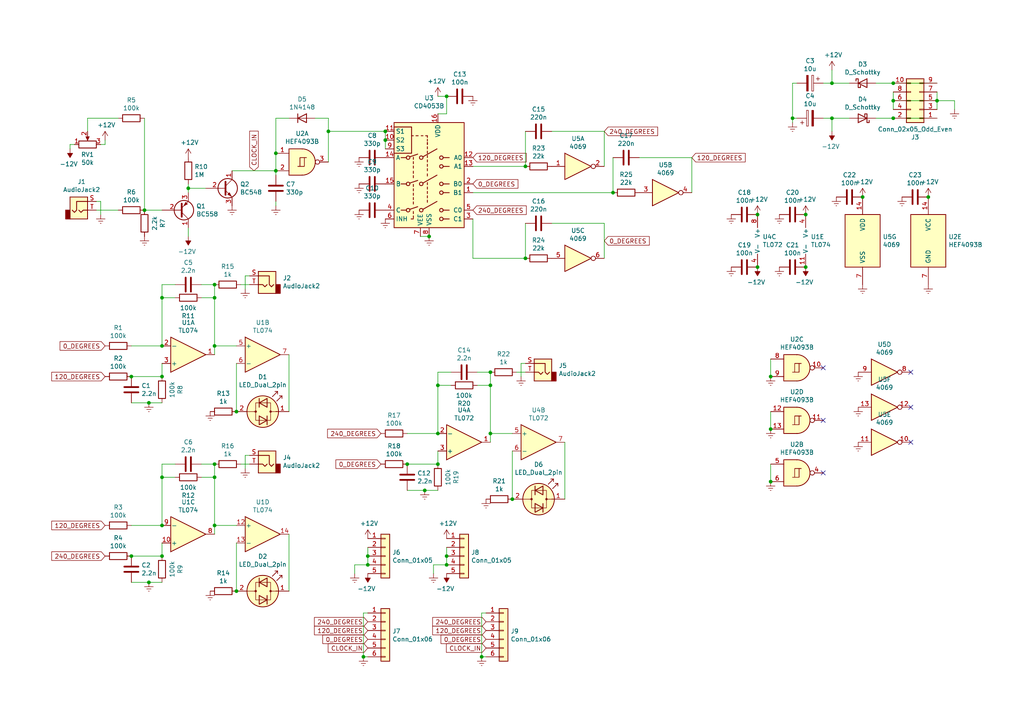
<source format=kicad_sch>
(kicad_sch (version 20231120) (generator "eeschema") (generator_version "8.0")
  (paper "A4")
  (junction (at 46.99 161.29))
  (junction (at 233.68 62.23))
  (junction (at 152.4 48.26))
  (junction (at 95.25 38.1))
  (junction (at 111.76 40.64))
  (junction (at 229.87 34.29))
  (junction (at 123.19 142.24))
  (junction (at 43.18 168.91))
  (junction (at 223.52 109.22))
  (junction (at 46.99 109.22))
  (junction (at 62.23 152.4))
  (junction (at 142.24 107.95))
  (junction (at 106.68 161.29))
  (junction (at 38.1 109.22))
  (junction (at 62.23 86.36))
  (junction (at 259.08 29.21))
  (junction (at 41.91 60.96))
  (junction (at 111.76 38.1))
  (junction (at 46.99 138.43))
  (junction (at 118.11 134.62))
  (junction (at 80.01 49.53))
  (junction (at 233.68 77.47))
  (junction (at 54.61 54.61))
  (junction (at 38.1 161.29))
  (junction (at 148.59 144.78))
  (junction (at 105.41 190.5))
  (junction (at 241.3 24.13))
  (junction (at 62.23 100.33))
  (junction (at 223.52 139.7))
  (junction (at 259.08 24.13))
  (junction (at 68.58 119.38))
  (junction (at 129.54 163.83))
  (junction (at 127 134.62))
  (junction (at 62.23 82.55))
  (junction (at 46.99 86.36))
  (junction (at 124.46 68.58))
  (junction (at 142.24 125.73))
  (junction (at 127 125.73))
  (junction (at 129.54 27.94))
  (junction (at 129.54 161.29))
  (junction (at 46.99 100.33))
  (junction (at 62.23 138.43))
  (junction (at 46.99 152.4))
  (junction (at 68.58 171.45))
  (junction (at 223.52 124.46))
  (junction (at 219.71 62.23))
  (junction (at 177.8 55.88))
  (junction (at 250.19 57.15))
  (junction (at 152.4 74.93))
  (junction (at 259.08 34.29))
  (junction (at 43.18 116.84))
  (junction (at 241.3 34.29))
  (junction (at 80.01 44.45))
  (junction (at 62.23 134.62))
  (junction (at 271.78 29.21))
  (junction (at 139.7 190.5))
  (junction (at 219.71 77.47))
  (junction (at 106.68 163.83))
  (junction (at 127 111.76))
  (junction (at 142.24 111.76))
  (junction (at 269.24 57.15))
  (no_connect (at 264.16 118.11))
  (no_connect (at 238.76 137.16))
  (no_connect (at 264.16 128.27))
  (no_connect (at 238.76 121.92))
  (no_connect (at 264.16 107.95))
  (no_connect (at 238.76 106.68))
  (wire (pts (xy 46.99 157.48) (xy 46.99 161.29)))
  (wire (pts (xy 129.54 161.29) (xy 129.54 158.75)))
  (wire (pts (xy 46.99 134.62) (xy 50.8 134.62)))
  (wire (pts (xy 46.99 86.36) (xy 50.8 86.36)))
  (wire (pts (xy 137.16 74.93) (xy 152.4 74.93)))
  (wire (pts (xy 111.76 40.64) (xy 111.76 38.1)))
  (wire (pts (xy 259.08 24.13) (xy 271.78 24.13)))
  (wire (pts (xy 246.38 24.13) (xy 241.3 24.13)))
  (wire (pts (xy 46.99 100.33) (xy 38.1 100.33)))
  (wire (pts (xy 246.38 34.29) (xy 241.3 34.29)))
  (wire (pts (xy 62.23 138.43) (xy 62.23 134.62)))
  (wire (pts (xy 68.58 152.4) (xy 62.23 152.4)))
  (wire (pts (xy 59.69 54.61) (xy 54.61 54.61)))
  (wire (pts (xy 46.99 138.43) (xy 46.99 134.62)))
  (wire (pts (xy 43.18 116.84) (xy 46.99 116.84)))
  (wire (pts (xy 54.61 54.61) (xy 54.61 53.34)))
  (wire (pts (xy 46.99 138.43) (xy 50.8 138.43)))
  (wire (pts (xy 83.82 154.94) (xy 83.82 171.45)))
  (wire (pts (xy 62.23 134.62) (xy 58.42 134.62)))
  (wire (pts (xy 118.11 142.24) (xy 123.19 142.24)))
  (wire (pts (xy 34.29 60.96) (xy 27.94 60.96)))
  (wire (pts (xy 127 130.81) (xy 127 134.62)))
  (wire (pts (xy 111.76 38.1) (xy 95.25 38.1)))
  (wire (pts (xy 231.14 34.29) (xy 229.87 34.29)))
  (wire (pts (xy 139.7 177.8) (xy 140.97 177.8)))
  (wire (pts (xy 127 111.76) (xy 127 107.95)))
  (wire (pts (xy 46.99 100.33) (xy 46.99 86.36)))
  (wire (pts (xy 127 27.94) (xy 129.54 27.94)))
  (wire (pts (xy 46.99 109.22) (xy 38.1 109.22)))
  (wire (pts (xy 127 125.73) (xy 127 111.76)))
  (wire (pts (xy 231.14 24.13) (xy 229.87 24.13)))
  (wire (pts (xy 129.54 163.83) (xy 129.54 161.29)))
  (wire (pts (xy 62.23 100.33) (xy 62.23 86.36)))
  (wire (pts (xy 259.08 26.67) (xy 259.08 29.21)))
  (wire (pts (xy 223.52 124.46) (xy 223.52 119.38)))
  (wire (pts (xy 68.58 100.33) (xy 62.23 100.33)))
  (wire (pts (xy 152.4 64.77) (xy 152.4 74.93)))
  (wire (pts (xy 241.3 24.13) (xy 241.3 20.32)))
  (wire (pts (xy 137.16 55.88) (xy 177.8 55.88)))
  (wire (pts (xy 137.16 48.26) (xy 152.4 48.26)))
  (wire (pts (xy 29.21 62.23) (xy 29.21 58.42)))
  (wire (pts (xy 72.39 134.62) (xy 69.85 134.62)))
  (wire (pts (xy 20.32 43.18) (xy 20.32 41.91)))
  (wire (pts (xy 175.26 38.1) (xy 175.26 48.26)))
  (wire (pts (xy 38.1 168.91) (xy 43.18 168.91)))
  (wire (pts (xy 83.82 34.29) (xy 80.01 34.29)))
  (wire (pts (xy 229.87 24.13) (xy 229.87 34.29)))
  (wire (pts (xy 127 134.62) (xy 118.11 134.62)))
  (wire (pts (xy 106.68 190.5) (xy 105.41 190.5)))
  (wire (pts (xy 125.73 166.37) (xy 125.73 163.83)))
  (wire (pts (xy 72.39 82.55) (xy 69.85 82.55)))
  (wire (pts (xy 68.58 171.45) (xy 68.58 157.48)))
  (wire (pts (xy 62.23 102.87) (xy 62.23 100.33)))
  (wire (pts (xy 30.48 40.64) (xy 30.48 41.91)))
  (wire (pts (xy 46.99 152.4) (xy 38.1 152.4)))
  (wire (pts (xy 54.61 66.04) (xy 54.61 68.58)))
  (wire (pts (xy 127 111.76) (xy 130.81 111.76)))
  (wire (pts (xy 106.68 163.83) (xy 106.68 161.29)))
  (wire (pts (xy 152.4 38.1) (xy 152.4 48.26)))
  (wire (pts (xy 223.52 109.22) (xy 223.52 104.14)))
  (wire (pts (xy 123.19 142.24) (xy 127 142.24)))
  (wire (pts (xy 121.92 68.58) (xy 124.46 68.58)))
  (wire (pts (xy 200.66 45.72) (xy 200.66 55.88)))
  (wire (pts (xy 142.24 111.76) (xy 138.43 111.76)))
  (wire (pts (xy 185.42 45.72) (xy 200.66 45.72)))
  (wire (pts (xy 38.1 116.84) (xy 43.18 116.84)))
  (wire (pts (xy 271.78 29.21) (xy 271.78 26.67)))
  (wire (pts (xy 238.76 34.29) (xy 241.3 34.29)))
  (wire (pts (xy 62.23 82.55) (xy 58.42 82.55)))
  (wire (pts (xy 129.54 27.94) (xy 129.54 33.02)))
  (wire (pts (xy 62.23 138.43) (xy 58.42 138.43)))
  (wire (pts (xy 95.25 34.29) (xy 91.44 34.29)))
  (wire (pts (xy 95.25 46.99) (xy 95.25 38.1)))
  (wire (pts (xy 83.82 102.87) (xy 83.82 119.38)))
  (wire (pts (xy 71.12 80.01) (xy 72.39 80.01)))
  (wire (pts (xy 254 34.29) (xy 259.08 34.29)))
  (wire (pts (xy 271.78 29.21) (xy 276.86 29.21)))
  (wire (pts (xy 223.52 139.7) (xy 223.52 134.62)))
  (wire (pts (xy 25.4 34.29) (xy 34.29 34.29)))
  (wire (pts (xy 29.21 58.42) (xy 27.94 58.42)))
  (wire (pts (xy 148.59 125.73) (xy 142.24 125.73)))
  (wire (pts (xy 259.08 29.21) (xy 271.78 29.21)))
  (wire (pts (xy 80.01 50.8) (xy 80.01 49.53)))
  (wire (pts (xy 276.86 29.21) (xy 276.86 31.75)))
  (wire (pts (xy 125.73 163.83) (xy 129.54 163.83)))
  (wire (pts (xy 271.78 31.75) (xy 271.78 29.21)))
  (wire (pts (xy 43.18 168.91) (xy 46.99 168.91)))
  (wire (pts (xy 62.23 152.4) (xy 62.23 138.43)))
  (wire (pts (xy 62.23 86.36) (xy 62.23 82.55)))
  (wire (pts (xy 71.12 135.89) (xy 71.12 132.08)))
  (wire (pts (xy 102.87 166.37) (xy 102.87 163.83)))
  (wire (pts (xy 241.3 24.13) (xy 238.76 24.13)))
  (wire (pts (xy 140.97 190.5) (xy 139.7 190.5)))
  (wire (pts (xy 20.32 41.91) (xy 21.59 41.91)))
  (wire (pts (xy 177.8 45.72) (xy 177.8 55.88)))
  (wire (pts (xy 46.99 60.96) (xy 41.91 60.96)))
  (wire (pts (xy 62.23 86.36) (xy 58.42 86.36)))
  (wire (pts (xy 46.99 152.4) (xy 46.99 138.43)))
  (wire (pts (xy 80.01 58.42) (xy 80.01 59.69)))
  (wire (pts (xy 160.02 64.77) (xy 175.26 64.77)))
  (wire (pts (xy 30.48 41.91) (xy 29.21 41.91)))
  (wire (pts (xy 241.3 34.29) (xy 241.3 38.1)))
  (wire (pts (xy 46.99 82.55) (xy 50.8 82.55)))
  (wire (pts (xy 148.59 144.78) (xy 148.59 130.81)))
  (wire (pts (xy 259.08 34.29) (xy 271.78 34.29)))
  (wire (pts (xy 25.4 38.1) (xy 25.4 34.29)))
  (wire (pts (xy 259.08 24.13) (xy 254 24.13)))
  (wire (pts (xy 71.12 132.08) (xy 72.39 132.08)))
  (wire (pts (xy 46.99 161.29) (xy 38.1 161.29)))
  (wire (pts (xy 54.61 55.88) (xy 54.61 54.61)))
  (wire (pts (xy 80.01 34.29) (xy 80.01 44.45)))
  (wire (pts (xy 111.76 43.18) (xy 111.76 40.64)))
  (wire (pts (xy 163.83 128.27) (xy 163.83 144.78)))
  (wire (pts (xy 102.87 163.83) (xy 106.68 163.83)))
  (wire (pts (xy 160.02 38.1) (xy 175.26 38.1)))
  (wire (pts (xy 62.23 154.94) (xy 62.23 152.4)))
  (wire (pts (xy 80.01 49.53) (xy 67.31 49.53)))
  (wire (pts (xy 71.12 83.82) (xy 71.12 80.01)))
  (wire (pts (xy 127 125.73) (xy 118.11 125.73)))
  (wire (pts (xy 95.25 38.1) (xy 95.25 34.29)))
  (wire (pts (xy 175.26 64.77) (xy 175.26 74.93)))
  (wire (pts (xy 142.24 125.73) (xy 142.24 111.76)))
  (wire (pts (xy 229.87 34.29) (xy 229.87 35.56)))
  (wire (pts (xy 142.24 111.76) (xy 142.24 107.95)))
  (wire (pts (xy 142.24 107.95) (xy 138.43 107.95)))
  (wire (pts (xy 80.01 44.45) (xy 80.01 49.53)))
  (wire (pts (xy 105.41 190.5) (xy 105.41 177.8)))
  (wire (pts (xy 151.13 105.41) (xy 152.4 105.41)))
  (wire (pts (xy 106.68 161.29) (xy 106.68 158.75)))
  (wire (pts (xy 152.4 107.95) (xy 149.86 107.95)))
  (wire (pts (xy 46.99 105.41) (xy 46.99 109.22)))
  (wire (pts (xy 142.24 128.27) (xy 142.24 125.73)))
  (wire (pts (xy 137.16 63.5) (xy 137.16 74.93)))
  (wire (pts (xy 151.13 109.22) (xy 151.13 105.41)))
  (wire (pts (xy 68.58 119.38) (xy 68.58 105.41)))
  (wire (pts (xy 105.41 177.8) (xy 106.68 177.8)))
  (wire (pts (xy 129.54 33.02) (xy 127 33.02)))
  (wire (pts (xy 41.91 34.29) (xy 41.91 60.96)))
  (wire (pts (xy 259.08 31.75) (xy 259.08 29.21)))
  (wire (pts (xy 46.99 86.36) (xy 46.99 82.55)))
  (wire (pts (xy 127 107.95) (xy 130.81 107.95)))
  (wire (pts (xy 139.7 190.5) (xy 139.7 177.8)))
  (global_label "0_DEGREES" (shape input) (at 110.49 134.62 180) (property "Intersheetrefs" "${INTERSHEET_REFS}" (effects (hide yes))))
  (global_label "0_DEGREES" (shape input) (at 30.48 100.33 180) (property "Intersheetrefs" "${INTERSHEET_REFS}" (effects (hide yes))))
  (global_label "120_DEGREES" (shape input) (at 200.66 45.72 0) (property "Intersheetrefs" "${INTERSHEET_REFS}" (effects (hide yes))))
  (global_label "120_DEGREES" (shape input) (at 137.16 45.72 0) (property "Intersheetrefs" "${INTERSHEET_REFS}" (effects (hide yes))))
  (global_label "0_DEGREES" (shape input) (at 106.68 185.42 180) (property "Intersheetrefs" "${INTERSHEET_REFS}" (effects (hide yes))))
  (global_label "240_DEGREES" (shape input) (at 106.68 180.34 180) (property "Intersheetrefs" "${INTERSHEET_REFS}" (effects (hide yes))))
  (global_label "0_DEGREES" (shape input) (at 137.16 53.34 0) (property "Intersheetrefs" "${INTERSHEET_REFS}" (effects (hide yes))))
  (global_label "240_DEGREES" (shape input) (at 110.49 125.73 180) (property "Intersheetrefs" "${INTERSHEET_REFS}" (effects (hide yes))))
  (global_label "240_DEGREES" (shape input) (at 175.26 38.1 0) (property "Intersheetrefs" "${INTERSHEET_REFS}" (effects (hide yes))))
  (global_label "240_DEGREES" (shape input) (at 30.48 161.29 180) (property "Intersheetrefs" "${INTERSHEET_REFS}" (effects (hide yes))))
  (global_label "120_DEGREES" (shape input) (at 30.48 109.22 180) (property "Intersheetrefs" "${INTERSHEET_REFS}" (effects (hide yes))))
  (global_label "120_DEGREES" (shape input) (at 140.97 182.88 180) (property "Intersheetrefs" "${INTERSHEET_REFS}" (effects (hide yes))))
  (global_label "240_DEGREES" (shape input) (at 140.97 180.34 180) (property "Intersheetrefs" "${INTERSHEET_REFS}" (effects (hide yes))))
  (global_label "0_DEGREES" (shape input) (at 175.26 69.85 0) (property "Intersheetrefs" "${INTERSHEET_REFS}" (effects (hide yes))))
  (global_label "CLOCK_IN" (shape input) (at 73.66 49.53 90) (property "Intersheetrefs" "${INTERSHEET_REFS}" (effects (hide yes))))
  (global_label "0_DEGREES" (shape input) (at 140.97 185.42 180) (property "Intersheetrefs" "${INTERSHEET_REFS}" (effects (hide yes))))
  (global_label "240_DEGREES" (shape input) (at 137.16 60.96 0) (property "Intersheetrefs" "${INTERSHEET_REFS}" (effects (hide yes))))
  (global_label "120_DEGREES" (shape input) (at 30.48 152.4 180) (property "Intersheetrefs" "${INTERSHEET_REFS}" (effects (hide yes))))
  (global_label "CLOCK_IN" (shape input) (at 106.68 187.96 180) (property "Intersheetrefs" "${INTERSHEET_REFS}" (effects (hide yes))))
  (global_label "CLOCK_IN" (shape input) (at 140.97 187.96 180) (property "Intersheetrefs" "${INTERSHEET_REFS}" (effects (hide yes))))
  (global_label "120_DEGREES" (shape input) (at 106.68 182.88 180) (property "Intersheetrefs" "${INTERSHEET_REFS}" (effects (hide yes))))
  (symbol (lib_id "Device:D_Schottky") (at 250.19 24.13 0) (unit 1)
    (property "Reference" "D3" (at 250.19 18.6436 0))
    (property "Value" "D_Schottky" (at 250.19 20.955 0))
    (property "Footprint" "Diode_THT:D_A-405_P7.62mm_Horizontal" (effects (hide yes)))
  )
  (symbol (lib_id "Device:D_Schottky") (at 250.19 34.29 180) (unit 1)
    (property "Reference" "D4" (at 250.19 28.8036 0))
    (property "Value" "D_Schottky" (at 250.19 31.115 0))
    (property "Footprint" "Diode_THT:D_A-405_P7.62mm_Horizontal" (effects (hide yes)))
  )
  (symbol (lib_id "Connector_Generic:Conn_02x05_Odd_Even") (at 266.7 29.21 180) (unit 1)
    (property "Reference" "J3" (at 265.43 39.8018 0))
    (property "Value" "Conn_02x05_Odd_Even" (at 265.43 37.4904 0))
    (property "Footprint" "Connector_IDC:IDC-Header_2x05_P2.54mm_Vertical" (effects (hide yes)))
  )
  (symbol (lib_id "power:+12V") (at 241.3 20.32 0) (unit 1)
    (property "Reference" "#PWR08" (effects (hide yes)))
    (property "Value" "+12V" (at 241.681 15.9258 0))
  )
  (symbol (lib_id "power:-12V") (at 241.3 38.1 180) (unit 1)
    (property "Reference" "#PWR09" (effects (hide yes)))
    (property "Value" "-12V" (at 240.919 42.4942 0))
  )
  (symbol (lib_id "power:Earth") (at 276.86 31.75 0) (unit 1)
    (property "Reference" "#PWR010" (effects (hide yes)))
    (property "Value" "Earth" (effects (hide yes)))
  )
  (symbol (lib_id "3-phase-lfo-rescue:CP-Device") (at 234.95 24.13 270) (unit 1)
    (property "Reference" "C3" (at 234.95 17.653 90))
    (property "Value" "10u" (at 234.95 19.9644 90))
    (property "Footprint" "Capacitor_THT:CP_Radial_D5.0mm_P2.50mm" (effects (hide yes)))
  )
  (symbol (lib_id "3-phase-lfo-rescue:CP-Device") (at 234.95 34.29 90) (unit 1)
    (property "Reference" "C4" (at 234.95 27.813 90))
    (property "Value" "10u" (at 234.95 30.1244 90))
    (property "Footprint" "Capacitor_THT:CP_Radial_D5.0mm_P2.50mm" (effects (hide yes)))
  )
  (symbol (lib_id "power:Earth") (at 229.87 35.56 0) (unit 1)
    (property "Reference" "#PWR07" (effects (hide yes)))
    (property "Value" "Earth" (effects (hide yes)))
  )
  (symbol (lib_id "3-phase-lfo-rescue:R_POT-Device") (at 25.4 41.91 90) (unit 1)
    (property "Reference" "RV1" (at 25.4 44.831 90))
    (property "Value" "50k" (at 25.4 47.1424 90))
    (property "Footprint" "Potentiometer_THT:Potentiometer_Alpha_RD901F-40-00D_Single_Vertical" (effects (hide yes)))
  )
  (symbol (lib_id "power:+12V") (at 30.48 40.64 0) (unit 1)
    (property "Reference" "#PWR0101" (effects (hide yes)))
    (property "Value" "+12V" (at 30.861 36.2458 0))
  )
  (symbol (lib_id "power:-12V") (at 20.32 43.18 180) (unit 1)
    (property "Reference" "#PWR0102" (effects (hide yes)))
    (property "Value" "-12V" (at 19.939 47.5742 0))
  )
  (symbol (lib_id "Device:R") (at 38.1 34.29 270) (unit 1)
    (property "Reference" "R5" (at 38.1 29.0322 90))
    (property "Value" "100k" (at 38.1 31.3436 90))
    (property "Footprint" "Resistor_THT:R_Axial_DIN0204_L3.6mm_D1.6mm_P5.08mm_Horizontal" (effects (hide yes)))
  )
  (symbol (lib_id "Connector:AudioJack2") (at 22.86 60.96 0) (unit 1)
    (property "Reference" "J1" (at 23.6728 52.705 0))
    (property "Value" "AudioJack2" (at 23.6728 55.0164 0))
    (property "Footprint" "Connector_Audio:Jack_3.5mm_QingPu_WQP-PJ398SM_Vertical_CircularHoles" (effects (hide yes)))
  )
  (symbol (lib_id "power:Earth") (at 29.21 62.23 0) (unit 1)
    (property "Reference" "#PWR0103" (effects (hide yes)))
    (property "Value" "Earth" (effects (hide yes)))
  )
  (symbol (lib_id "Device:R") (at 38.1 60.96 270) (unit 1)
    (property "Reference" "R6" (at 38.1 55.7022 90))
    (property "Value" "100k" (at 38.1 58.0136 90))
    (property "Footprint" "Resistor_THT:R_Axial_DIN0204_L3.6mm_D1.6mm_P5.08mm_Horizontal" (effects (hide yes)))
  )
  (symbol (lib_id "Device:R") (at 41.91 64.77 180) (unit 1)
    (property "Reference" "R7" (at 47.1678 64.77 90))
    (property "Value" "2.2k" (at 44.8564 64.77 90))
    (property "Footprint" "Resistor_THT:R_Axial_DIN0204_L3.6mm_D1.6mm_P5.08mm_Horizontal" (effects (hide yes)))
  )
  (symbol (lib_id "power:Earth") (at 41.91 68.58 0) (unit 1)
    (property "Reference" "#PWR0104" (effects (hide yes)))
    (property "Value" "Earth" (effects (hide yes)))
  )
  (symbol (lib_id "Transistor_BJT:BC558") (at 52.07 60.96 0) (mirror x) (unit 1)
    (property "Reference" "Q1" (at 56.9214 59.7916 0) (effects (justify left)))
    (property "Value" "BC558" (at 56.9214 62.103 0) (effects (justify left)))
    (property "Footprint" "Package_TO_SOT_THT:TO-92_Inline_Wide" (effects (hide yes)))
    (property "Datasheet" "https://www.onsemi.com/pub/Collateral/BC556BTA-D.pdf" (effects (hide yes)))
  )
  (symbol (lib_id "Device:R") (at 54.61 49.53 0) (unit 1)
    (property "Reference" "R10" (at 56.388 48.3616 0) (effects (justify left)))
    (property "Value" "1M" (at 56.388 50.673 0) (effects (justify left)))
    (property "Footprint" "Resistor_THT:R_Axial_DIN0204_L3.6mm_D1.6mm_P5.08mm_Horizontal" (effects (hide yes)))
  )
  (symbol (lib_id "power:+12V") (at 54.61 45.72 0) (unit 1)
    (property "Reference" "#PWR0105" (effects (hide yes)))
    (property "Value" "+12V" (at 54.991 41.3258 0))
  )
  (symbol (lib_id "Transistor_BJT:BC548") (at 64.77 54.61 0) (unit 1)
    (property "Reference" "Q2" (at 69.6214 53.4416 0) (effects (justify left)))
    (property "Value" "BC548" (at 69.6214 55.753 0) (effects (justify left)))
    (property "Footprint" "Package_TO_SOT_THT:TO-92_Inline_Wide" (effects (hide yes)))
    (property "Datasheet" "https://www.onsemi.com/pub/Collateral/BC550-D.pdf" (effects (hide yes)))
  )
  (symbol (lib_id "power:-12V") (at 54.61 68.58 180) (unit 1)
    (property "Reference" "#PWR0106" (effects (hide yes)))
    (property "Value" "-12V" (at 54.229 72.9742 0))
  )
  (symbol (lib_id "power:Earth") (at 67.31 59.69 0) (unit 1)
    (property "Reference" "#PWR0107" (effects (hide yes)))
    (property "Value" "Earth" (effects (hide yes)))
  )
  (symbol (lib_id "Device:C") (at 80.01 54.61 0) (unit 1)
    (property "Reference" "C7" (at 82.931 53.4416 0) (effects (justify left)))
    (property "Value" "330p" (at 82.931 55.753 0) (effects (justify left)))
    (property "Footprint" "Capacitor_THT:C_Disc_D5.0mm_W2.5mm_P2.50mm" (effects (hide yes)))
  )
  (symbol (lib_id "power:Earth") (at 80.01 59.69 0) (unit 1)
    (property "Reference" "#PWR0108" (effects (hide yes)))
    (property "Value" "Earth" (effects (hide yes)))
  )
  (symbol (lib_id "4xxx:HEF4093B") (at 87.63 46.99 0) (unit 1)
    (property "Reference" "U2" (at 87.63 38.735 0))
    (property "Value" "HEF4093B" (at 87.63 41.0464 0))
    (property "Footprint" "Package_DIP:DIP-14_W7.62mm_Socket_LongPads" (effects (hide yes)))
    (property "Datasheet" "https://assets.nexperia.com/documents/data-sheet/HEF4093B.pdf" (effects (hide yes)))
  )
  (symbol (lib_id "4xxx:HEF4093B") (at 269.24 69.85 0) (unit 5)
    (property "Reference" "U2" (at 275.082 68.6816 0) (effects (justify left)))
    (property "Value" "HEF4093B" (at 275.082 70.993 0) (effects (justify left)))
    (property "Footprint" "Package_DIP:DIP-14_W7.62mm_Socket_LongPads" (effects (hide yes)))
    (property "Datasheet" "https://assets.nexperia.com/documents/data-sheet/HEF4093B.pdf" (effects (hide yes)))
  )
  (symbol (lib_id "4xxx:HEF4093B") (at 231.14 137.16 0) (unit 2)
    (property "Reference" "U2" (at 231.14 128.905 0))
    (property "Value" "HEF4093B" (at 231.14 131.2164 0))
    (property "Footprint" "Package_DIP:DIP-14_W7.62mm_Socket_LongPads" (effects (hide yes)))
    (property "Datasheet" "https://assets.nexperia.com/documents/data-sheet/HEF4093B.pdf" (effects (hide yes)))
  )
  (symbol (lib_id "4xxx:HEF4093B") (at 231.14 106.68 0) (unit 3)
    (property "Reference" "U2" (at 231.14 98.425 0))
    (property "Value" "HEF4093B" (at 231.14 100.7364 0))
    (property "Footprint" "Package_DIP:DIP-14_W7.62mm_Socket_LongPads" (effects (hide yes)))
    (property "Datasheet" "https://assets.nexperia.com/documents/data-sheet/HEF4093B.pdf" (effects (hide yes)))
  )
  (symbol (lib_id "4xxx:HEF4093B") (at 231.14 121.92 0) (unit 4)
    (property "Reference" "U2" (at 231.14 113.665 0))
    (property "Value" "HEF4093B" (at 231.14 115.9764 0))
    (property "Footprint" "Package_DIP:DIP-14_W7.62mm_Socket_LongPads" (effects (hide yes)))
    (property "Datasheet" "https://assets.nexperia.com/documents/data-sheet/HEF4093B.pdf" (effects (hide yes)))
  )
  (symbol (lib_id "Diode:1N4148") (at 87.63 34.29 0) (unit 1)
    (property "Reference" "D5" (at 87.63 28.7782 0))
    (property "Value" "1N4148" (at 87.63 31.0896 0))
    (property "Footprint" "Diode_THT:D_DO-35_SOD27_P7.62mm_Horizontal" (effects (hide yes)))
    (property "Datasheet" "https://assets.nexperia.com/documents/data-sheet/1N4148_1N4448.pdf" (effects (hide yes)))
  )
  (symbol (lib_id "Analog_Switch:CD4053B") (at 124.46 50.8 0) (unit 1)
    (property "Reference" "U3" (at 124.46 28.4226 0))
    (property "Value" "CD4053B" (at 124.46 30.734 0))
    (property "Footprint" "Package_DIP:DIP-16_W7.62mm_Socket_LongPads" (effects (hide yes)))
    (property "Datasheet" "http://www.ti.com/lit/ds/symlink/cd4052b.pdf" (effects (hide yes)))
  )
  (symbol (lib_id "Device:C") (at 107.95 45.72 90) (mirror x) (unit 1)
    (property "Reference" "C8" (at 107.95 39.3192 90))
    (property "Value" "330p" (at 107.95 41.6306 90))
    (property "Footprint" "Capacitor_THT:C_Disc_D5.0mm_W2.5mm_P2.50mm" (effects (hide yes)))
  )
  (symbol (lib_id "Device:C") (at 107.95 53.34 90) (mirror x) (unit 1)
    (property "Reference" "C9" (at 107.95 46.9392 90))
    (property "Value" "330p" (at 107.95 49.2506 90))
    (property "Footprint" "Capacitor_THT:C_Disc_D5.0mm_W2.5mm_P2.50mm" (effects (hide yes)))
  )
  (symbol (lib_id "Device:C") (at 107.95 60.96 90) (mirror x) (unit 1)
    (property "Reference" "C10" (at 107.95 54.5592 90))
    (property "Value" "330p" (at 107.95 56.8706 90))
    (property "Footprint" "Capacitor_THT:C_Disc_D5.0mm_W2.5mm_P2.50mm" (effects (hide yes)))
  )
  (symbol (lib_id "power:Earth") (at 104.14 45.72 0) (mirror y) (unit 1)
    (property "Reference" "#PWR0109" (effects (hide yes)))
    (property "Value" "Earth" (effects (hide yes)))
  )
  (symbol (lib_id "power:Earth") (at 104.14 53.34 0) (mirror y) (unit 1)
    (property "Reference" "#PWR0110" (effects (hide yes)))
    (property "Value" "Earth" (effects (hide yes)))
  )
  (symbol (lib_id "power:Earth") (at 104.14 60.96 0) (mirror y) (unit 1)
    (property "Reference" "#PWR0111" (effects (hide yes)))
    (property "Value" "Earth" (effects (hide yes)))
  )
  (symbol (lib_id "power:Earth") (at 111.76 63.5 0) (mirror y) (unit 1)
    (property "Reference" "#PWR0112" (effects (hide yes)))
    (property "Value" "Earth" (effects (hide yes)))
  )
  (symbol (lib_id "power:+12V") (at 127 27.94 0) (mirror y) (unit 1)
    (property "Reference" "#PWR0113" (effects (hide yes)))
    (property "Value" "+12V" (at 126.619 23.5458 0))
  )
  (symbol (lib_id "Device:C") (at 133.35 27.94 90) (mirror x) (unit 1)
    (property "Reference" "C13" (at 133.35 21.5392 90))
    (property "Value" "100n" (at 133.35 23.8506 90))
    (property "Footprint" "Capacitor_THT:C_Disc_D5.0mm_W2.5mm_P2.50mm" (effects (hide yes)))
  )
  (symbol (lib_id "power:Earth") (at 137.16 27.94 0) (mirror y) (unit 1)
    (property "Reference" "#PWR0114" (effects (hide yes)))
    (property "Value" "Earth" (effects (hide yes)))
  )
  (symbol (lib_id "power:Earth") (at 124.46 68.58 0) (mirror y) (unit 1)
    (property "Reference" "#PWR0115" (effects (hide yes)))
    (property "Value" "Earth" (effects (hide yes)))
  )
  (symbol (lib_id "4xxx:4069") (at 167.64 48.26 0) (unit 1)
    (property "Reference" "U5" (at 167.64 40.2082 0))
    (property "Value" "4069" (at 167.64 42.5196 0))
    (property "Footprint" "Package_DIP:DIP-14_W7.62mm_Socket_LongPads" (effects (hide yes)))
    (property "Datasheet" "http://www.intersil.com/content/dam/Intersil/documents/cd40/cd4069ubms.pdf" (effects (hide yes)))
  )
  (symbol (lib_id "4xxx:4069") (at 193.04 55.88 0) (unit 2)
    (property "Reference" "U5" (at 193.04 47.8282 0))
    (property "Value" "4069" (at 193.04 50.1396 0))
    (property "Footprint" "Package_DIP:DIP-14_W7.62mm_Socket_LongPads" (effects (hide yes)))
    (property "Datasheet" "http://www.intersil.com/content/dam/Intersil/documents/cd40/cd4069ubms.pdf" (effects (hide yes)))
  )
  (symbol (lib_id "4xxx:4069") (at 167.64 74.93 0) (unit 3)
    (property "Reference" "U5" (at 167.64 66.8782 0))
    (property "Value" "4069" (at 167.64 69.1896 0))
    (property "Footprint" "Package_DIP:DIP-14_W7.62mm_Socket_LongPads" (effects (hide yes)))
    (property "Datasheet" "http://www.intersil.com/content/dam/Intersil/documents/cd40/cd4069ubms.pdf" (effects (hide yes)))
  )
  (symbol (lib_id "4xxx:4069") (at 256.54 107.95 0) (unit 4)
    (property "Reference" "U5" (at 256.54 99.8982 0))
    (property "Value" "4069" (at 256.54 102.2096 0))
    (property "Footprint" "Package_DIP:DIP-14_W7.62mm_Socket_LongPads" (effects (hide yes)))
    (property "Datasheet" "http://www.intersil.com/content/dam/Intersil/documents/cd40/cd4069ubms.pdf" (effects (hide yes)))
  )
  (symbol (lib_id "4xxx:4069") (at 256.54 128.27 0) (unit 5)
    (property "Reference" "U5" (at 256.54 120.2182 0))
    (property "Value" "4069" (at 256.54 122.5296 0))
    (property "Footprint" "Package_DIP:DIP-14_W7.62mm_Socket_LongPads" (effects (hide yes)))
    (property "Datasheet" "http://www.intersil.com/content/dam/Intersil/documents/cd40/cd4069ubms.pdf" (effects (hide yes)))
  )
  (symbol (lib_id "4xxx:4069") (at 256.54 118.11 0) (unit 6)
    (property "Reference" "U5" (at 256.54 110.0582 0))
    (property "Value" "4069" (at 256.54 112.3696 0))
    (property "Footprint" "Package_DIP:DIP-14_W7.62mm_Socket_LongPads" (effects (hide yes)))
    (property "Datasheet" "http://www.intersil.com/content/dam/Intersil/documents/cd40/cd4069ubms.pdf" (effects (hide yes)))
  )
  (symbol (lib_id "4xxx:4069") (at 250.19 69.85 0) (unit 7)
    (property "Reference" "U5" (at 256.032 68.6816 0) (effects (justify left)))
    (property "Value" "4069" (at 256.032 70.993 0) (effects (justify left)))
    (property "Footprint" "Package_DIP:DIP-14_W7.62mm_Socket_LongPads" (effects (hide yes)))
    (property "Datasheet" "http://www.intersil.com/content/dam/Intersil/documents/cd40/cd4069ubms.pdf" (effects (hide yes)))
  )
  (symbol (lib_id "Device:R") (at 156.21 48.26 270) (unit 1)
    (property "Reference" "R23" (at 156.21 43.0022 90))
    (property "Value" "22k" (at 156.21 45.3136 90))
    (property "Footprint" "Resistor_THT:R_Axial_DIN0204_L3.6mm_D1.6mm_P5.08mm_Horizontal" (effects (hide yes)))
  )
  (symbol (lib_id "Device:C") (at 156.21 38.1 270) (unit 1)
    (property "Reference" "C15" (at 156.21 31.6992 90))
    (property "Value" "220n" (at 156.21 34.0106 90))
    (property "Footprint" "Capacitor_THT:C_Disc_D5.0mm_W2.5mm_P2.50mm" (effects (hide yes)))
  )
  (symbol (lib_id "Device:R") (at 181.61 55.88 270) (unit 1)
    (property "Reference" "R25" (at 181.61 50.6222 90))
    (property "Value" "22k" (at 181.61 52.9336 90))
    (property "Footprint" "Resistor_THT:R_Axial_DIN0204_L3.6mm_D1.6mm_P5.08mm_Horizontal" (effects (hide yes)))
  )
  (symbol (lib_id "Device:C") (at 181.61 45.72 270) (unit 1)
    (property "Reference" "C17" (at 181.61 39.3192 90))
    (property "Value" "220n" (at 181.61 41.6306 90))
    (property "Footprint" "Capacitor_THT:C_Disc_D5.0mm_W2.5mm_P2.50mm" (effects (hide yes)))
  )
  (symbol (lib_id "Device:R") (at 156.21 74.93 270) (unit 1)
    (property "Reference" "R24" (at 156.21 69.6722 90))
    (property "Value" "22k" (at 156.21 71.9836 90))
    (property "Footprint" "Resistor_THT:R_Axial_DIN0204_L3.6mm_D1.6mm_P5.08mm_Horizontal" (effects (hide yes)))
  )
  (symbol (lib_id "Device:C") (at 156.21 64.77 270) (unit 1)
    (property "Reference" "C16" (at 156.21 58.3692 90))
    (property "Value" "220n" (at 156.21 60.6806 90))
    (property "Footprint" "Capacitor_THT:C_Disc_D5.0mm_W2.5mm_P2.50mm" (effects (hide yes)))
  )
  (symbol (lib_id "Device:R") (at 34.29 100.33 270) (unit 1)
    (property "Reference" "R1" (at 34.29 95.0722 90))
    (property "Value" "100k" (at 34.29 97.3836 90))
    (property "Footprint" "Resistor_THT:R_Axial_DIN0204_L3.6mm_D1.6mm_P5.08mm_Horizontal" (effects (hide yes)))
  )
  (symbol (lib_id "Device:R") (at 34.29 109.22 270) (unit 1)
    (property "Reference" "R2" (at 34.29 103.9622 90))
    (property "Value" "100k" (at 34.29 106.2736 90))
    (property "Footprint" "Resistor_THT:R_Axial_DIN0204_L3.6mm_D1.6mm_P5.08mm_Horizontal" (effects (hide yes)))
  )
  (symbol (lib_id "Device:C") (at 38.1 113.03 180) (unit 1)
    (property "Reference" "C1" (at 41.021 111.8616 0) (effects (justify right)))
    (property "Value" "2.2n" (at 41.021 114.173 0) (effects (justify right)))
    (property "Footprint" "Capacitor_THT:C_Disc_D5.0mm_W2.5mm_P2.50mm" (effects (hide yes)))
  )
  (symbol (lib_id "Device:R") (at 46.99 113.03 180) (unit 1)
    (property "Reference" "R8" (at 52.2478 113.03 90))
    (property "Value" "100k" (at 49.9364 113.03 90))
    (property "Footprint" "Resistor_THT:R_Axial_DIN0204_L3.6mm_D1.6mm_P5.08mm_Horizontal" (effects (hide yes)))
  )
  (symbol (lib_id "power:Earth") (at 43.18 116.84 0) (unit 1)
    (property "Reference" "#PWR0118" (effects (hide yes)))
    (property "Value" "Earth" (effects (hide yes)))
  )
  (symbol (lib_id "Amplifier_Operational:TL074") (at 54.61 102.87 0) (mirror x) (unit 1)
    (property "Reference" "U1" (at 54.61 93.5482 0))
    (property "Value" "TL074" (at 54.61 95.8596 0))
    (property "Footprint" "Package_DIP:DIP-14_W7.62mm_Socket_LongPads" (effects (hide yes)))
    (property "Datasheet" "http://www.ti.com/lit/ds/symlink/tl071.pdf" (effects (hide yes)))
  )
  (symbol (lib_id "Amplifier_Operational:TL074") (at 76.2 102.87 0) (unit 2)
    (property "Reference" "U1" (at 76.2 93.5482 0))
    (property "Value" "TL074" (at 76.2 95.8596 0))
    (property "Footprint" "Package_DIP:DIP-14_W7.62mm_Socket_LongPads" (effects (hide yes)))
    (property "Datasheet" "http://www.ti.com/lit/ds/symlink/tl071.pdf" (effects (hide yes)))
  )
  (symbol (lib_id "Amplifier_Operational:TL074") (at 54.61 154.94 0) (mirror x) (unit 3)
    (property "Reference" "U1" (at 54.61 145.6182 0))
    (property "Value" "TL074" (at 54.61 147.9296 0))
    (property "Footprint" "Package_DIP:DIP-14_W7.62mm_Socket_LongPads" (effects (hide yes)))
    (property "Datasheet" "http://www.ti.com/lit/ds/symlink/tl071.pdf" (effects (hide yes)))
  )
  (symbol (lib_id "Amplifier_Operational:TL074") (at 76.2 154.94 0) (unit 4)
    (property "Reference" "U1" (at 76.2 145.6182 0))
    (property "Value" "TL074" (at 76.2 147.9296 0))
    (property "Footprint" "Package_DIP:DIP-14_W7.62mm_Socket_LongPads" (effects (hide yes)))
    (property "Datasheet" "http://www.ti.com/lit/ds/symlink/tl071.pdf" (effects (hide yes)))
  )
  (symbol (lib_id "Amplifier_Operational:TL074") (at 236.22 69.85 0) (unit 5)
    (property "Reference" "U1" (at 235.1532 68.6816 0) (effects (justify left)))
    (property "Value" "TL074" (at 235.1532 70.993 0) (effects (justify left)))
    (property "Footprint" "Package_DIP:DIP-14_W7.62mm_Socket_LongPads" (effects (hide yes)))
    (property "Datasheet" "http://www.ti.com/lit/ds/symlink/tl071.pdf" (effects (hide yes)))
  )
  (symbol (lib_id "Device:C") (at 54.61 82.55 270) (unit 1)
    (property "Reference" "C5" (at 54.61 76.1492 90))
    (property "Value" "2.2n" (at 54.61 78.4606 90))
    (property "Footprint" "Capacitor_THT:C_Disc_D5.0mm_W2.5mm_P2.50mm" (effects (hide yes)))
  )
  (symbol (lib_id "Device:R") (at 54.61 86.36 90) (unit 1)
    (property "Reference" "R11" (at 54.61 91.6178 90))
    (property "Value" "100k" (at 54.61 89.3064 90))
    (property "Footprint" "Resistor_THT:R_Axial_DIN0204_L3.6mm_D1.6mm_P5.08mm_Horizontal" (effects (hide yes)))
  )
  (symbol (lib_id "Device:R") (at 66.04 82.55 270) (unit 1)
    (property "Reference" "R15" (at 66.04 77.2922 90))
    (property "Value" "1k" (at 66.04 79.6036 90))
    (property "Footprint" "Resistor_THT:R_Axial_DIN0204_L3.6mm_D1.6mm_P5.08mm_Horizontal" (effects (hide yes)))
  )
  (symbol (lib_id "Connector:AudioJack2") (at 77.47 82.55 0) (mirror y) (unit 1)
    (property "Reference" "J2" (at 82.042 80.645 0) (effects (justify right)))
    (property "Value" "AudioJack2" (at 82.042 82.9564 0) (effects (justify right)))
    (property "Footprint" "Connector_Audio:Jack_3.5mm_QingPu_WQP-PJ398SM_Vertical_CircularHoles" (effects (hide yes)))
  )
  (symbol (lib_id "power:Earth") (at 71.12 83.82 0) (unit 1)
    (property "Reference" "#PWR0119" (effects (hide yes)))
    (property "Value" "Earth" (effects (hide yes)))
  )
  (symbol (lib_id "3-phase-lfo-rescue:LED_Dual_2pin-Device") (at 76.2 119.38 0) (unit 1)
    (property "Reference" "D1" (at 76.2 109.3216 0))
    (property "Value" "LED_Dual_2pin" (at 76.2 111.633 0))
    (property "Footprint" "LED_THT:LED_D3.0mm" (effects (hide yes)))
  )
  (symbol (lib_id "Device:R") (at 64.77 119.38 270) (unit 1)
    (property "Reference" "R13" (at 64.77 114.1222 90))
    (property "Value" "1k" (at 64.77 116.4336 90))
    (property "Footprint" "Resistor_THT:R_Axial_DIN0204_L3.6mm_D1.6mm_P5.08mm_Horizontal" (effects (hide yes)))
  )
  (symbol (lib_id "power:Earth") (at 60.96 119.38 0) (unit 1)
    (property "Reference" "#PWR0120" (effects (hide yes)))
    (property "Value" "Earth" (effects (hide yes)))
  )
  (symbol (lib_id "Device:R") (at 34.29 152.4 270) (unit 1)
    (property "Reference" "R3" (at 34.29 147.1422 90))
    (property "Value" "100k" (at 34.29 149.4536 90))
    (property "Footprint" "Resistor_THT:R_Axial_DIN0204_L3.6mm_D1.6mm_P5.08mm_Horizontal" (effects (hide yes)))
  )
  (symbol (lib_id "Device:R") (at 34.29 161.29 270) (unit 1)
    (property "Reference" "R4" (at 34.29 156.0322 90))
    (property "Value" "100k" (at 34.29 158.3436 90))
    (property "Footprint" "Resistor_THT:R_Axial_DIN0204_L3.6mm_D1.6mm_P5.08mm_Horizontal" (effects (hide yes)))
  )
  (symbol (lib_id "Device:C") (at 38.1 165.1 180) (unit 1)
    (property "Reference" "C2" (at 41.021 163.9316 0) (effects (justify right)))
    (property "Value" "2.2n" (at 41.021 166.243 0) (effects (justify right)))
    (property "Footprint" "Capacitor_THT:C_Disc_D5.0mm_W2.5mm_P2.50mm" (effects (hide yes)))
  )
  (symbol (lib_id "Device:R") (at 46.99 165.1 180) (unit 1)
    (property "Reference" "R9" (at 52.2478 165.1 90))
    (property "Value" "100k" (at 49.9364 165.1 90))
    (property "Footprint" "Resistor_THT:R_Axial_DIN0204_L3.6mm_D1.6mm_P5.08mm_Horizontal" (effects (hide yes)))
  )
  (symbol (lib_id "power:Earth") (at 43.18 168.91 0) (unit 1)
    (property "Reference" "#PWR0121" (effects (hide yes)))
    (property "Value" "Earth" (effects (hide yes)))
  )
  (symbol (lib_id "Device:C") (at 54.61 134.62 270) (unit 1)
    (property "Reference" "C6" (at 54.61 128.2192 90))
    (property "Value" "2.2n" (at 54.61 130.5306 90))
    (property "Footprint" "Capacitor_THT:C_Disc_D5.0mm_W2.5mm_P2.50mm" (effects (hide yes)))
  )
  (symbol (lib_id "Device:R") (at 54.61 138.43 90) (unit 1)
    (property "Reference" "R12" (at 54.61 143.6878 90))
    (property "Value" "100k" (at 54.61 141.3764 90))
    (property "Footprint" "Resistor_THT:R_Axial_DIN0204_L3.6mm_D1.6mm_P5.08mm_Horizontal" (effects (hide yes)))
  )
  (symbol (lib_id "Device:R") (at 66.04 134.62 270) (unit 1)
    (property "Reference" "R16" (at 66.04 129.3622 90))
    (property "Value" "1k" (at 66.04 131.6736 90))
    (property "Footprint" "Resistor_THT:R_Axial_DIN0204_L3.6mm_D1.6mm_P5.08mm_Horizontal" (effects (hide yes)))
  )
  (symbol (lib_id "Connector:AudioJack2") (at 77.47 134.62 0) (mirror y) (unit 1)
    (property "Reference" "J4" (at 82.042 132.715 0) (effects (justify right)))
    (property "Value" "AudioJack2" (at 82.042 135.0264 0) (effects (justify right)))
    (property "Footprint" "Connector_Audio:Jack_3.5mm_QingPu_WQP-PJ398SM_Vertical_CircularHoles" (effects (hide yes)))
  )
  (symbol (lib_id "power:Earth") (at 71.12 135.89 0) (unit 1)
    (property "Reference" "#PWR0122" (effects (hide yes)))
    (property "Value" "Earth" (effects (hide yes)))
  )
  (symbol (lib_id "3-phase-lfo-rescue:LED_Dual_2pin-Device") (at 76.2 171.45 0) (unit 1)
    (property "Reference" "D2" (at 76.2 161.3916 0))
    (property "Value" "LED_Dual_2pin" (at 76.2 163.703 0))
    (property "Footprint" "LED_THT:LED_D3.0mm" (effects (hide yes)))
  )
  (symbol (lib_id "Device:R") (at 64.77 171.45 270) (unit 1)
    (property "Reference" "R14" (at 64.77 166.1922 90))
    (property "Value" "1k" (at 64.77 168.5036 90))
    (property "Footprint" "Resistor_THT:R_Axial_DIN0204_L3.6mm_D1.6mm_P5.08mm_Horizontal" (effects (hide yes)))
  )
  (symbol (lib_id "power:Earth") (at 60.96 171.45 0) (unit 1)
    (property "Reference" "#PWR0123" (effects (hide yes)))
    (property "Value" "Earth" (effects (hide yes)))
  )
  (symbol (lib_id "Device:R") (at 114.3 125.73 270) (unit 1)
    (property "Reference" "R17" (at 114.3 120.4722 90))
    (property "Value" "100k" (at 114.3 122.7836 90))
    (property "Footprint" "Resistor_THT:R_Axial_DIN0204_L3.6mm_D1.6mm_P5.08mm_Horizontal" (effects (hide yes)))
  )
  (symbol (lib_id "Device:R") (at 114.3 134.62 270) (unit 1)
    (property "Reference" "R18" (at 114.3 129.3622 90))
    (property "Value" "100k" (at 114.3 131.6736 90))
    (property "Footprint" "Resistor_THT:R_Axial_DIN0204_L3.6mm_D1.6mm_P5.08mm_Horizontal" (effects (hide yes)))
  )
  (symbol (lib_id "Device:C") (at 118.11 138.43 180) (unit 1)
    (property "Reference" "C12" (at 121.031 137.2616 0) (effects (justify right)))
    (property "Value" "2.2n" (at 121.031 139.573 0) (effects (justify right)))
    (property "Footprint" "Capacitor_THT:C_Disc_D5.0mm_W2.5mm_P2.50mm" (effects (hide yes)))
  )
  (symbol (lib_id "Device:R") (at 127 138.43 180) (unit 1)
    (property "Reference" "R19" (at 132.2578 138.43 90))
    (property "Value" "100k" (at 129.9464 138.43 90))
    (property "Footprint" "Resistor_THT:R_Axial_DIN0204_L3.6mm_D1.6mm_P5.08mm_Horizontal" (effects (hide yes)))
  )
  (symbol (lib_id "power:Earth") (at 123.19 142.24 0) (unit 1)
    (property "Reference" "#PWR0124" (effects (hide yes)))
    (property "Value" "Earth" (effects (hide yes)))
  )
  (symbol (lib_id "Device:C") (at 134.62 107.95 270) (unit 1)
    (property "Reference" "C14" (at 134.62 101.5492 90))
    (property "Value" "2.2n" (at 134.62 103.8606 90))
    (property "Footprint" "Capacitor_THT:C_Disc_D5.0mm_W2.5mm_P2.50mm" (effects (hide yes)))
  )
  (symbol (lib_id "Device:R") (at 134.62 111.76 90) (unit 1)
    (property "Reference" "R20" (at 134.62 117.0178 90))
    (property "Value" "100k" (at 134.62 114.7064 90))
    (property "Footprint" "Resistor_THT:R_Axial_DIN0204_L3.6mm_D1.6mm_P5.08mm_Horizontal" (effects (hide yes)))
  )
  (symbol (lib_id "Device:R") (at 146.05 107.95 270) (unit 1)
    (property "Reference" "R22" (at 146.05 102.6922 90))
    (property "Value" "1k" (at 146.05 105.0036 90))
    (property "Footprint" "Resistor_THT:R_Axial_DIN0204_L3.6mm_D1.6mm_P5.08mm_Horizontal" (effects (hide yes)))
  )
  (symbol (lib_id "Connector:AudioJack2") (at 157.48 107.95 0) (mirror y) (unit 1)
    (property "Reference" "J5" (at 162.052 106.045 0) (effects (justify right)))
    (property "Value" "AudioJack2" (at 162.052 108.3564 0) (effects (justify right)))
    (property "Footprint" "Connector_Audio:Jack_3.5mm_QingPu_WQP-PJ398SM_Vertical_CircularHoles" (effects (hide yes)))
  )
  (symbol (lib_id "power:Earth") (at 151.13 109.22 0) (unit 1)
    (property "Reference" "#PWR0125" (effects (hide yes)))
    (property "Value" "Earth" (effects (hide yes)))
  )
  (symbol (lib_id "3-phase-lfo-rescue:LED_Dual_2pin-Device") (at 156.21 144.78 0) (unit 1)
    (property "Reference" "D6" (at 156.21 134.7216 0))
    (property "Value" "LED_Dual_2pin" (at 156.21 137.033 0))
    (property "Footprint" "LED_THT:LED_D3.0mm" (effects (hide yes)))
  )
  (symbol (lib_id "Device:R") (at 144.78 144.78 270) (unit 1)
    (property "Reference" "R21" (at 144.78 139.5222 90))
    (property "Value" "1k" (at 144.78 141.8336 90))
    (property "Footprint" "Resistor_THT:R_Axial_DIN0204_L3.6mm_D1.6mm_P5.08mm_Horizontal" (effects (hide yes)))
  )
  (symbol (lib_id "power:Earth") (at 140.97 144.78 0) (unit 1)
    (property "Reference" "#PWR0126" (effects (hide yes)))
    (property "Value" "Earth" (effects (hide yes)))
  )
  (symbol (lib_id "Amplifier_Operational:TL072") (at 134.62 128.27 0) (mirror x) (unit 1)
    (property "Reference" "U4" (at 134.62 118.9482 0))
    (property "Value" "TL072" (at 134.62 121.2596 0))
    (property "Footprint" "Package_DIP:DIP-8_W7.62mm_Socket_LongPads" (effects (hide yes)))
    (property "Datasheet" "http://www.ti.com/lit/ds/symlink/tl071.pdf" (effects (hide yes)))
  )
  (symbol (lib_id "Amplifier_Operational:TL072") (at 156.21 128.27 0) (unit 2)
    (property "Reference" "U4" (at 156.21 118.9482 0))
    (property "Value" "TL072" (at 156.21 121.2596 0))
    (property "Footprint" "Package_DIP:DIP-8_W7.62mm_Socket_LongPads" (effects (hide yes)))
    (property "Datasheet" "http://www.ti.com/lit/ds/symlink/tl071.pdf" (effects (hide yes)))
  )
  (symbol (lib_id "Amplifier_Operational:TL072") (at 222.25 69.85 0) (unit 3)
    (property "Reference" "U4" (at 221.1832 68.6816 0) (effects (justify left)))
    (property "Value" "TL072" (at 221.1832 70.993 0) (effects (justify left)))
    (property "Footprint" "Package_DIP:DIP-8_W7.62mm_Socket_LongPads" (effects (hide yes)))
    (property "Datasheet" "http://www.ti.com/lit/ds/symlink/tl071.pdf" (effects (hide yes)))
  )
  (symbol (lib_id "Device:C") (at 215.9 77.47 90) (mirror x) (unit 1)
    (property "Reference" "C19" (at 215.9 71.0692 90))
    (property "Value" "100n" (at 215.9 73.3806 90))
    (property "Footprint" "Capacitor_THT:C_Disc_D5.0mm_W2.5mm_P2.50mm" (effects (hide yes)))
  )
  (symbol (lib_id "Device:C") (at 229.87 77.47 90) (mirror x) (unit 1)
    (property "Reference" "C21" (at 229.87 71.0692 90))
    (property "Value" "100n" (at 229.87 73.3806 90))
    (property "Footprint" "Capacitor_THT:C_Disc_D5.0mm_W2.5mm_P2.50mm" (effects (hide yes)))
  )
  (symbol (lib_id "Device:C") (at 265.43 57.15 90) (mirror x) (unit 1)
    (property "Reference" "C23" (at 265.43 50.7492 90))
    (property "Value" "100n" (at 265.43 53.0606 90))
    (property "Footprint" "Capacitor_THT:C_Disc_D5.0mm_W2.5mm_P2.50mm" (effects (hide yes)))
  )
  (symbol (lib_id "Device:C") (at 246.38 57.15 90) (mirror x) (unit 1)
    (property "Reference" "C22" (at 246.38 50.7492 90))
    (property "Value" "100n" (at 246.38 53.0606 90))
    (property "Footprint" "Capacitor_THT:C_Disc_D5.0mm_W2.5mm_P2.50mm" (effects (hide yes)))
  )
  (symbol (lib_id "Device:C") (at 229.87 62.23 90) (mirror x) (unit 1)
    (property "Reference" "C20" (at 229.87 55.8292 90))
    (property "Value" "100n" (at 229.87 58.1406 90))
    (property "Footprint" "Capacitor_THT:C_Disc_D5.0mm_W2.5mm_P2.50mm" (effects (hide yes)))
  )
  (symbol (lib_id "Device:C") (at 215.9 62.23 90) (mirror x) (unit 1)
    (property "Reference" "C18" (at 215.9 55.8292 90))
    (property "Value" "100n" (at 215.9 58.1406 90))
    (property "Footprint" "Capacitor_THT:C_Disc_D5.0mm_W2.5mm_P2.50mm" (effects (hide yes)))
  )
  (symbol (lib_id "power:Earth") (at 212.09 62.23 0) (unit 1)
    (property "Reference" "#PWR0127" (effects (hide yes)))
    (property "Value" "Earth" (effects (hide yes)))
  )
  (symbol (lib_id "power:Earth") (at 212.09 77.47 0) (unit 1)
    (property "Reference" "#PWR0128" (effects (hide yes)))
    (property "Value" "Earth" (effects (hide yes)))
  )
  (symbol (lib_id "power:Earth") (at 226.06 62.23 0) (unit 1)
    (property "Reference" "#PWR0129" (effects (hide yes)))
    (property "Value" "Earth" (effects (hide yes)))
  )
  (symbol (lib_id "power:Earth") (at 226.06 77.47 0) (unit 1)
    (property "Reference" "#PWR0130" (effects (hide yes)))
    (property "Value" "Earth" (effects (hide yes)))
  )
  (symbol (lib_id "power:Earth") (at 242.57 57.15 0) (unit 1)
    (property "Reference" "#PWR0131" (effects (hide yes)))
    (property "Value" "Earth" (effects (hide yes)))
  )
  (symbol (lib_id "power:Earth") (at 250.19 82.55 0) (unit 1)
    (property "Reference" "#PWR0132" (effects (hide yes)))
    (property "Value" "Earth" (effects (hide yes)))
  )
  (symbol (lib_id "power:Earth") (at 269.24 82.55 0) (unit 1)
    (property "Reference" "#PWR0133" (effects (hide yes)))
    (property "Value" "Earth" (effects (hide yes)))
  )
  (symbol (lib_id "power:Earth") (at 261.62 57.15 0) (unit 1)
    (property "Reference" "#PWR0134" (effects (hide yes)))
    (property "Value" "Earth" (effects (hide yes)))
  )
  (symbol (lib_id "power:+12V") (at 219.71 62.23 0) (unit 1)
    (property "Reference" "#PWR0135" (effects (hide yes)))
    (property "Value" "+12V" (at 220.091 57.8358 0))
  )
  (symbol (lib_id "power:+12V") (at 233.68 62.23 0) (unit 1)
    (property "Reference" "#PWR0136" (effects (hide yes)))
    (property "Value" "+12V" (at 234.061 57.8358 0))
  )
  (symbol (lib_id "power:+12V") (at 250.19 57.15 0) (unit 1)
    (property "Reference" "#PWR0137" (effects (hide yes)))
    (property "Value" "+12V" (at 250.571 52.7558 0))
  )
  (symbol (lib_id "power:+12V") (at 269.24 57.15 0) (unit 1)
    (property "Reference" "#PWR0138" (effects (hide yes)))
    (property "Value" "+12V" (at 269.621 52.7558 0))
  )
  (symbol (lib_id "power:-12V") (at 219.71 77.47 180) (unit 1)
    (property "Reference" "#PWR0139" (effects (hide yes)))
    (property "Value" "-12V" (at 219.329 81.8642 0))
  )
  (symbol (lib_id "power:-12V") (at 233.68 77.47 180) (unit 1)
    (property "Reference" "#PWR0140" (effects (hide yes)))
    (property "Value" "-12V" (at 233.299 81.8642 0))
  )
  (symbol (lib_id "power:Earth") (at 223.52 109.22 0) (unit 1)
    (property "Reference" "#PWR0141" (effects (hide yes)))
    (property "Value" "Earth" (effects (hide yes)))
  )
  (symbol (lib_id "power:Earth") (at 223.52 124.46 0) (unit 1)
    (property "Reference" "#PWR0142" (effects (hide yes)))
    (property "Value" "Earth" (effects (hide yes)))
  )
  (symbol (lib_id "power:Earth") (at 223.52 139.7 0) (unit 1)
    (property "Reference" "#PWR0143" (effects (hide yes)))
    (property "Value" "Earth" (effects (hide yes)))
  )
  (symbol (lib_id "power:Earth") (at 248.92 107.95 0) (unit 1)
    (property "Reference" "#PWR0144" (effects (hide yes)))
    (property "Value" "Earth" (effects (hide yes)))
  )
  (symbol (lib_id "power:Earth") (at 248.92 118.11 0) (unit 1)
    (property "Reference" "#PWR0145" (effects (hide yes)))
    (property "Value" "Earth" (effects (hide yes)))
  )
  (symbol (lib_id "power:Earth") (at 248.92 128.27 0) (unit 1)
    (property "Reference" "#PWR0146" (effects (hide yes)))
    (property "Value" "Earth" (effects (hide yes)))
  )
  (symbol (lib_id "Connector_Generic:Conn_01x05") (at 111.76 161.29 0) (unit 1)
    (property "Reference" "J6" (at 113.792 160.2232 0) (effects (justify left)))
    (property "Value" "Conn_01x05" (at 113.792 162.5346 0) (effects (justify left)))
    (property "Footprint" "Connector_PinHeader_2.54mm:PinHeader_1x05_P2.54mm_Vertical" (effects (hide yes)))
  )
  (symbol (lib_id "power:-12V") (at 106.68 166.37 180) (unit 1)
    (property "Reference" "#PWR0147" (effects (hide yes)))
    (property "Value" "-12V" (at 106.299 170.7642 0))
  )
  (symbol (lib_id "power:+12V") (at 106.68 156.21 0) (unit 1)
    (property "Reference" "#PWR0148" (effects (hide yes)))
    (property "Value" "+12V" (at 107.061 151.8158 0))
  )
  (symbol (lib_id "power:Earth") (at 102.87 166.37 0) (unit 1)
    (property "Reference" "#PWR0149" (effects (hide yes)))
    (property "Value" "Earth" (effects (hide yes)))
  )
  (symbol (lib_id "Connector_Generic:Conn_01x05") (at 134.62 161.29 0) (unit 1)
    (property "Reference" "J8" (at 136.652 160.2232 0) (effects (justify left)))
    (property "Value" "Conn_01x05" (at 136.652 162.5346 0) (effects (justify left)))
    (property "Footprint" "Connector_PinSocket_2.54mm:PinSocket_1x05_P2.54mm_Vertical" (effects (hide yes)))
  )
  (symbol (lib_id "power:-12V") (at 129.54 166.37 180) (unit 1)
    (property "Reference" "#PWR0150" (effects (hide yes)))
    (property "Value" "-12V" (at 129.159 170.7642 0))
  )
  (symbol (lib_id "power:+12V") (at 129.54 156.21 0) (unit 1)
    (property "Reference" "#PWR0151" (effects (hide yes)))
    (property "Value" "+12V" (at 129.921 151.8158 0))
  )
  (symbol (lib_id "power:Earth") (at 125.73 166.37 0) (unit 1)
    (property "Reference" "#PWR0152" (effects (hide yes)))
    (property "Value" "Earth" (effects (hide yes)))
  )
  (symbol (lib_id "Connector_Generic:Conn_01x06") (at 111.76 182.88 0) (unit 1)
    (property "Reference" "J7" (at 113.792 183.0832 0) (effects (justify left)))
    (property "Value" "Conn_01x06" (at 113.792 185.3946 0) (effects (justify left)))
    (property "Footprint" "Connector_PinHeader_2.54mm:PinHeader_1x06_P2.54mm_Vertical" (effects (hide yes)))
  )
  (symbol (lib_id "power:Earth") (at 105.41 190.5 0) (unit 1)
    (property "Reference" "#PWR0153" (effects (hide yes)))
    (property "Value" "Earth" (effects (hide yes)))
  )
  (symbol (lib_id "Connector_Generic:Conn_01x06") (at 146.05 182.88 0) (unit 1)
    (property "Reference" "J9" (at 148.082 183.0832 0) (effects (justify left)))
    (property "Value" "Conn_01x06" (at 148.082 185.3946 0) (effects (justify left)))
    (property "Footprint" "Connector_PinSocket_2.54mm:PinSocket_1x06_P2.54mm_Vertical" (effects (hide yes)))
  )
  (symbol (lib_id "power:Earth") (at 139.7 190.5 0) (unit 1)
    (property "Reference" "#PWR0154" (effects (hide yes)))
    (property "Value" "Earth" (effects (hide yes)))
  )
)
</source>
